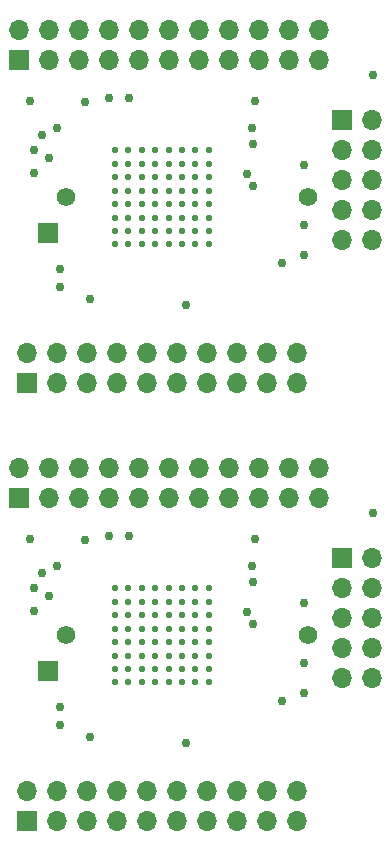
<source format=gbs>
G04 #@! TF.GenerationSoftware,KiCad,Pcbnew,(5.1.6)-1*
G04 #@! TF.CreationDate,2021-09-02T23:58:42-07:00*
G04 #@! TF.ProjectId,sulu_ldo_and_reg_panel,73756c75-5f6c-4646-9f5f-616e645f7265,rev?*
G04 #@! TF.SameCoordinates,Original*
G04 #@! TF.FileFunction,Soldermask,Bot*
G04 #@! TF.FilePolarity,Negative*
%FSLAX46Y46*%
G04 Gerber Fmt 4.6, Leading zero omitted, Abs format (unit mm)*
G04 Created by KiCad (PCBNEW (5.1.6)-1) date 2021-09-02 23:58:42*
%MOMM*%
%LPD*%
G01*
G04 APERTURE LIST*
%ADD10C,1.574800*%
%ADD11O,1.700000X1.700000*%
%ADD12R,1.700000X1.700000*%
%ADD13C,0.762000*%
%ADD14C,0.568750*%
G04 APERTURE END LIST*
D10*
G04 #@! TO.C,B1*
X140512800Y-93853000D03*
X120015000Y-93853000D03*
G04 #@! TD*
D11*
G04 #@! TO.C,J1*
X141478000Y-79756000D03*
X141478000Y-82296000D03*
X138938000Y-79756000D03*
X138938000Y-82296000D03*
X136398000Y-79756000D03*
X136398000Y-82296000D03*
X133858000Y-79756000D03*
X133858000Y-82296000D03*
X131318000Y-79756000D03*
X131318000Y-82296000D03*
X128778000Y-79756000D03*
X128778000Y-82296000D03*
X126238000Y-79756000D03*
X126238000Y-82296000D03*
X123698000Y-79756000D03*
X123698000Y-82296000D03*
X121158000Y-79756000D03*
X121158000Y-82296000D03*
X118618000Y-79756000D03*
X118618000Y-82296000D03*
X116078000Y-79756000D03*
D12*
X116078000Y-82296000D03*
G04 #@! TD*
D11*
G04 #@! TO.C,J3*
X145923000Y-97536000D03*
X143383000Y-97536000D03*
X145923000Y-94996000D03*
X143383000Y-94996000D03*
X145923000Y-92456000D03*
X143383000Y-92456000D03*
X145923000Y-89916000D03*
X143383000Y-89916000D03*
X145923000Y-87376000D03*
D12*
X143383000Y-87376000D03*
G04 #@! TD*
D13*
G04 #@! TO.C,J21*
X140208000Y-96266000D03*
G04 #@! TD*
G04 #@! TO.C,J20*
X135763000Y-88011000D03*
G04 #@! TD*
G04 #@! TO.C,J19*
X125349000Y-85471000D03*
G04 #@! TD*
G04 #@! TO.C,J18*
X123698000Y-85471000D03*
G04 #@! TD*
G04 #@! TO.C,J14*
X121666000Y-85852000D03*
G04 #@! TD*
G04 #@! TO.C,J12*
X119507000Y-101473000D03*
G04 #@! TD*
G04 #@! TO.C,J17*
X140208000Y-98806000D03*
G04 #@! TD*
G04 #@! TO.C,J16*
X135890000Y-92964000D03*
G04 #@! TD*
G04 #@! TO.C,J15*
X135382000Y-91948000D03*
G04 #@! TD*
G04 #@! TO.C,J13*
X122047000Y-102489000D03*
G04 #@! TD*
G04 #@! TO.C,J11*
X119507000Y-99949000D03*
G04 #@! TD*
G04 #@! TO.C,J10*
X117348000Y-91821000D03*
G04 #@! TD*
G04 #@! TO.C,J9*
X118618000Y-90551000D03*
G04 #@! TD*
G04 #@! TO.C,J8*
X117348000Y-89916000D03*
G04 #@! TD*
G04 #@! TO.C,J7*
X117983000Y-88646000D03*
G04 #@! TD*
G04 #@! TO.C,J6*
X119253000Y-88011000D03*
G04 #@! TD*
G04 #@! TO.C,J5*
X135890000Y-89408000D03*
G04 #@! TD*
G04 #@! TO.C,GND6*
X146050000Y-83566000D03*
G04 #@! TD*
G04 #@! TO.C,GND5*
X138303000Y-99441000D03*
G04 #@! TD*
G04 #@! TO.C,GND4*
X136017000Y-85725000D03*
G04 #@! TD*
G04 #@! TO.C,GND3*
X116967000Y-85725000D03*
G04 #@! TD*
G04 #@! TO.C,GND2*
X140208000Y-91186000D03*
G04 #@! TD*
G04 #@! TO.C,GND1*
X130175000Y-102997000D03*
G04 #@! TD*
D12*
G04 #@! TO.C,J4*
X118491000Y-96901000D03*
G04 #@! TD*
D11*
G04 #@! TO.C,J2*
X139573000Y-107061000D03*
X139573000Y-109601000D03*
X137033000Y-107061000D03*
X137033000Y-109601000D03*
X134493000Y-107061000D03*
X134493000Y-109601000D03*
X131953000Y-107061000D03*
X131953000Y-109601000D03*
X129413000Y-107061000D03*
X129413000Y-109601000D03*
X126873000Y-107061000D03*
X126873000Y-109601000D03*
X124333000Y-107061000D03*
X124333000Y-109601000D03*
X121793000Y-107061000D03*
X121793000Y-109601000D03*
X119253000Y-107061000D03*
X119253000Y-109601000D03*
X116713000Y-107061000D03*
D12*
X116713000Y-109601000D03*
G04 #@! TD*
D14*
G04 #@! TO.C,U1*
X124161750Y-89929750D03*
X124161750Y-91067250D03*
X124161750Y-92204750D03*
X124161750Y-93342250D03*
X124161750Y-94479750D03*
X124161750Y-95617250D03*
X124161750Y-96754750D03*
X124161750Y-97892250D03*
X125299250Y-89929750D03*
X125299250Y-91067250D03*
X125299250Y-92204750D03*
X125299250Y-93342250D03*
X125299250Y-94479750D03*
X125299250Y-95617250D03*
X125299250Y-96754750D03*
X125299250Y-97892250D03*
X126436750Y-89929750D03*
X126436750Y-91067250D03*
X126436750Y-92204750D03*
X126436750Y-93342250D03*
X126436750Y-94479750D03*
X126436750Y-95617250D03*
X126436750Y-96754750D03*
X126436750Y-97892250D03*
X127574250Y-89929750D03*
X127574250Y-91067250D03*
X127574250Y-92204750D03*
X127574250Y-93342250D03*
X127574250Y-94479750D03*
X127574250Y-95617250D03*
X127574250Y-96754750D03*
X127574250Y-97892250D03*
X128711750Y-89929750D03*
X128711750Y-91067250D03*
X128711750Y-92204750D03*
X128711750Y-93342250D03*
X128711750Y-94479750D03*
X128711750Y-95617250D03*
X128711750Y-96754750D03*
X128711750Y-97892250D03*
X129849250Y-89929750D03*
X129849250Y-91067250D03*
X129849250Y-92204750D03*
X129849250Y-93342250D03*
X129849250Y-94479750D03*
X129849250Y-95617250D03*
X129849250Y-96754750D03*
X129849250Y-97892250D03*
X130986750Y-89929750D03*
X130986750Y-91067250D03*
X130986750Y-92204750D03*
X130986750Y-93342250D03*
X130986750Y-94479750D03*
X130986750Y-95617250D03*
X130986750Y-96754750D03*
X130986750Y-97892250D03*
X132124250Y-89929750D03*
X132124250Y-91067250D03*
X132124250Y-92204750D03*
X132124250Y-93342250D03*
X132124250Y-94479750D03*
X132124250Y-95617250D03*
X132124250Y-96754750D03*
X132124250Y-97892250D03*
G04 #@! TD*
D10*
G04 #@! TO.C,B1*
X140512800Y-130937000D03*
X120015000Y-130937000D03*
G04 #@! TD*
D11*
G04 #@! TO.C,J1*
X141478000Y-116840000D03*
X141478000Y-119380000D03*
X138938000Y-116840000D03*
X138938000Y-119380000D03*
X136398000Y-116840000D03*
X136398000Y-119380000D03*
X133858000Y-116840000D03*
X133858000Y-119380000D03*
X131318000Y-116840000D03*
X131318000Y-119380000D03*
X128778000Y-116840000D03*
X128778000Y-119380000D03*
X126238000Y-116840000D03*
X126238000Y-119380000D03*
X123698000Y-116840000D03*
X123698000Y-119380000D03*
X121158000Y-116840000D03*
X121158000Y-119380000D03*
X118618000Y-116840000D03*
X118618000Y-119380000D03*
X116078000Y-116840000D03*
D12*
X116078000Y-119380000D03*
G04 #@! TD*
D11*
G04 #@! TO.C,J3*
X145923000Y-134620000D03*
X143383000Y-134620000D03*
X145923000Y-132080000D03*
X143383000Y-132080000D03*
X145923000Y-129540000D03*
X143383000Y-129540000D03*
X145923000Y-127000000D03*
X143383000Y-127000000D03*
X145923000Y-124460000D03*
D12*
X143383000Y-124460000D03*
G04 #@! TD*
D13*
G04 #@! TO.C,J21*
X140208000Y-133350000D03*
G04 #@! TD*
G04 #@! TO.C,J20*
X135763000Y-125095000D03*
G04 #@! TD*
G04 #@! TO.C,J19*
X125349000Y-122555000D03*
G04 #@! TD*
G04 #@! TO.C,J18*
X123698000Y-122555000D03*
G04 #@! TD*
G04 #@! TO.C,J14*
X121666000Y-122936000D03*
G04 #@! TD*
G04 #@! TO.C,J12*
X119507000Y-138557000D03*
G04 #@! TD*
G04 #@! TO.C,J17*
X140208000Y-135890000D03*
G04 #@! TD*
G04 #@! TO.C,J16*
X135890000Y-130048000D03*
G04 #@! TD*
G04 #@! TO.C,J15*
X135382000Y-129032000D03*
G04 #@! TD*
G04 #@! TO.C,J13*
X122047000Y-139573000D03*
G04 #@! TD*
G04 #@! TO.C,J11*
X119507000Y-137033000D03*
G04 #@! TD*
G04 #@! TO.C,J10*
X117348000Y-128905000D03*
G04 #@! TD*
G04 #@! TO.C,J9*
X118618000Y-127635000D03*
G04 #@! TD*
G04 #@! TO.C,J8*
X117348000Y-127000000D03*
G04 #@! TD*
G04 #@! TO.C,J7*
X117983000Y-125730000D03*
G04 #@! TD*
G04 #@! TO.C,J6*
X119253000Y-125095000D03*
G04 #@! TD*
G04 #@! TO.C,J5*
X135890000Y-126492000D03*
G04 #@! TD*
G04 #@! TO.C,GND6*
X146050000Y-120650000D03*
G04 #@! TD*
G04 #@! TO.C,GND5*
X138303000Y-136525000D03*
G04 #@! TD*
G04 #@! TO.C,GND4*
X136017000Y-122809000D03*
G04 #@! TD*
G04 #@! TO.C,GND3*
X116967000Y-122809000D03*
G04 #@! TD*
G04 #@! TO.C,GND2*
X140208000Y-128270000D03*
G04 #@! TD*
G04 #@! TO.C,GND1*
X130175000Y-140081000D03*
G04 #@! TD*
D12*
G04 #@! TO.C,J4*
X118491000Y-133985000D03*
G04 #@! TD*
D11*
G04 #@! TO.C,J2*
X139573000Y-144145000D03*
X139573000Y-146685000D03*
X137033000Y-144145000D03*
X137033000Y-146685000D03*
X134493000Y-144145000D03*
X134493000Y-146685000D03*
X131953000Y-144145000D03*
X131953000Y-146685000D03*
X129413000Y-144145000D03*
X129413000Y-146685000D03*
X126873000Y-144145000D03*
X126873000Y-146685000D03*
X124333000Y-144145000D03*
X124333000Y-146685000D03*
X121793000Y-144145000D03*
X121793000Y-146685000D03*
X119253000Y-144145000D03*
X119253000Y-146685000D03*
X116713000Y-144145000D03*
D12*
X116713000Y-146685000D03*
G04 #@! TD*
D14*
G04 #@! TO.C,U1*
X124161750Y-127013750D03*
X124161750Y-128151250D03*
X124161750Y-129288750D03*
X124161750Y-130426250D03*
X124161750Y-131563750D03*
X124161750Y-132701250D03*
X124161750Y-133838750D03*
X124161750Y-134976250D03*
X125299250Y-127013750D03*
X125299250Y-128151250D03*
X125299250Y-129288750D03*
X125299250Y-130426250D03*
X125299250Y-131563750D03*
X125299250Y-132701250D03*
X125299250Y-133838750D03*
X125299250Y-134976250D03*
X126436750Y-127013750D03*
X126436750Y-128151250D03*
X126436750Y-129288750D03*
X126436750Y-130426250D03*
X126436750Y-131563750D03*
X126436750Y-132701250D03*
X126436750Y-133838750D03*
X126436750Y-134976250D03*
X127574250Y-127013750D03*
X127574250Y-128151250D03*
X127574250Y-129288750D03*
X127574250Y-130426250D03*
X127574250Y-131563750D03*
X127574250Y-132701250D03*
X127574250Y-133838750D03*
X127574250Y-134976250D03*
X128711750Y-127013750D03*
X128711750Y-128151250D03*
X128711750Y-129288750D03*
X128711750Y-130426250D03*
X128711750Y-131563750D03*
X128711750Y-132701250D03*
X128711750Y-133838750D03*
X128711750Y-134976250D03*
X129849250Y-127013750D03*
X129849250Y-128151250D03*
X129849250Y-129288750D03*
X129849250Y-130426250D03*
X129849250Y-131563750D03*
X129849250Y-132701250D03*
X129849250Y-133838750D03*
X129849250Y-134976250D03*
X130986750Y-127013750D03*
X130986750Y-128151250D03*
X130986750Y-129288750D03*
X130986750Y-130426250D03*
X130986750Y-131563750D03*
X130986750Y-132701250D03*
X130986750Y-133838750D03*
X130986750Y-134976250D03*
X132124250Y-127013750D03*
X132124250Y-128151250D03*
X132124250Y-129288750D03*
X132124250Y-130426250D03*
X132124250Y-131563750D03*
X132124250Y-132701250D03*
X132124250Y-133838750D03*
X132124250Y-134976250D03*
G04 #@! TD*
M02*

</source>
